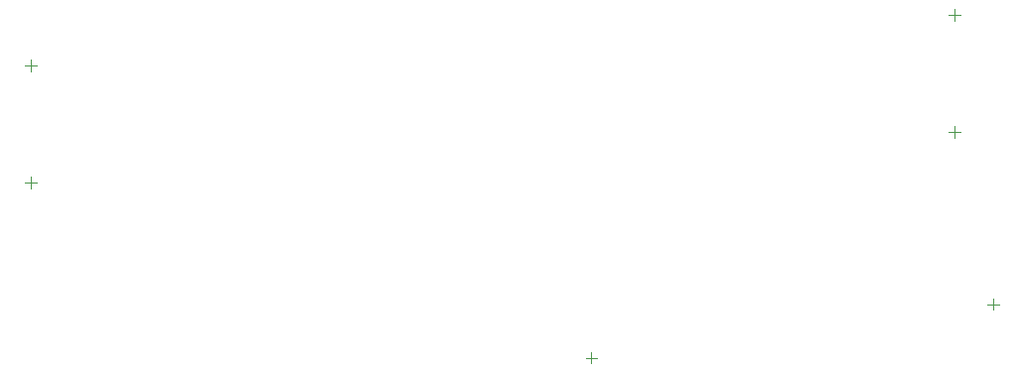
<source format=gbr>
%TF.GenerationSoftware,Altium Limited,Altium Designer,21.6.4 (81)*%
G04 Layer_Color=32768*
%FSLAX43Y43*%
%MOMM*%
%TF.SameCoordinates,3FCC9EDD-E33D-4AE7-AC82-89E58AA9E509*%
%TF.FilePolarity,Positive*%
%TF.FileFunction,Other,Top_Component_Center*%
%TF.Part,Single*%
G01*
G75*
%TA.AperFunction,NonConductor*%
%ADD120C,0.100*%
%ADD167C,0.050*%
D120*
X53315Y7744D02*
X54315D01*
X53815Y7244D02*
Y8244D01*
X88036Y11819D02*
Y12819D01*
X87536Y12319D02*
X88536D01*
D167*
X6000Y22171D02*
Y23171D01*
X5500Y22671D02*
X6500D01*
X5500Y32675D02*
X6500D01*
X6000Y32175D02*
Y33175D01*
X84734Y36497D02*
Y37497D01*
X84234Y36997D02*
X85234D01*
X84734Y26515D02*
Y27515D01*
X84234Y27015D02*
X85234D01*
%TF.MD5,821dc2756f6c1f7cb89102d4826c4030*%
M02*

</source>
